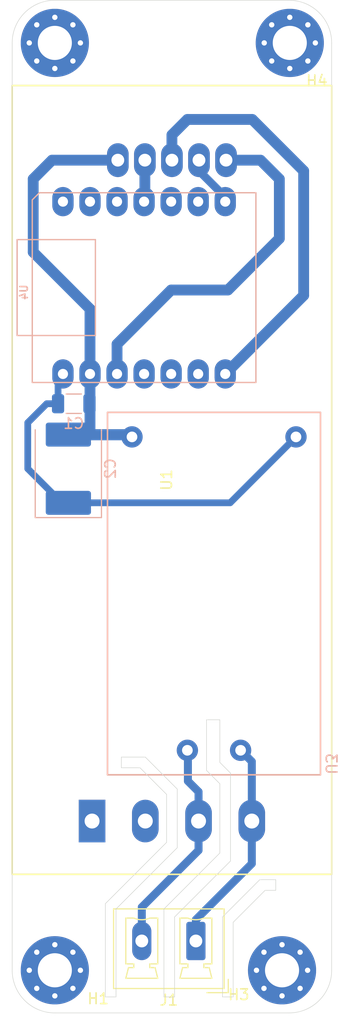
<source format=kicad_pcb>
(kicad_pcb (version 20240108) (generator "pcbnew") (generator_version "8.0")
  (layers (0 "F.Cu" signal) (31 "B.Cu" signal) (34 "B.Paste" user) (35 "F.Paste" user) (36 "B.SilkS" user "B.Silkscreen") (37 "F.SilkS" user "F.Silkscreen") (38 "B.Mask" user) (39 "F.Mask" user) (44 "Edge.Cuts" user))
  (net 0 "")
  (net 1 "GND")
  (net 2 "+5V")
  (net 3 "+3V3")
  (net 6 "Net-(U1-RX)")
  (net 7 "Net-(U1-TX)")
  (net 8 "Net-(U1-CF)")
  (net 9 "unconnected-(U4-PA4_A1_D1-Pad2)")
  (net 17 "Net-(J1-Pin_2)")
  (net 18 "Net-(J1-Pin_1)")
  (footprint "MountingHole:MountingHole_3.2mm_M3_Pad_Via" (layer "F.Cu") (at 54.067573 -91)
    (property "Reference" "H4" (at 2.54 3.556 0) (layer "F.SilkS"))
    (property "Value" "MountingHole" (hide yes))
    (pad "1" thru_hole circle (at -2.4 0) (size 0.8 0.8) (drill 0.5) (layers "*.Cu" "*.Mask"))
    (pad "1" thru_hole circle (at -1.697056 -1.697056) (size 0.8 0.8) (drill 0.5) (layers "*.Cu" "*.Mask"))
    (pad "1" thru_hole circle (at -1.697056 1.697056) (size 0.8 0.8) (drill 0.5) (layers "*.Cu" "*.Mask"))
    (pad "1" thru_hole circle (at 0 -2.4) (size 0.8 0.8) (drill 0.5) (layers "*.Cu" "*.Mask"))
    (pad "1" thru_hole circle (at 0 0) (size 6.4 6.4) (drill 3.2) (layers "*.Cu" "*.Mask"))
    (pad "1" thru_hole circle (at 0 2.4) (size 0.8 0.8) (drill 0.5) (layers "*.Cu" "*.Mask"))
    (pad "1" thru_hole circle (at 1.697056 -1.697056) (size 0.8 0.8) (drill 0.5) (layers "*.Cu" "*.Mask"))
    (pad "1" thru_hole circle (at 1.697056 1.697056) (size 0.8 0.8) (drill 0.5) (layers "*.Cu" "*.Mask"))
    (pad "1" thru_hole circle (at 2.4 0) (size 0.8 0.8) (drill 0.5) (layers "*.Cu" "*.Mask"))
  )
  (footprint "MountingHole:MountingHole_3.2mm_M3_Pad_Via" (layer "F.Cu") (at 53.34 -4)
    (property "Reference" "H3" (at -4.064 2.286 0) (layer "F.SilkS"))
    (property "Value" "MountingHole")
    (pad "1" thru_hole circle (at -2.4 0) (size 0.8 0.8) (drill 0.5) (layers "*.Cu" "*.Mask"))
    (pad "1" thru_hole circle (at -1.697056 -1.697056) (size 0.8 0.8) (drill 0.5) (layers "*.Cu" "*.Mask"))
    (pad "1" thru_hole circle (at -1.697056 1.697056) (size 0.8 0.8) (drill 0.5) (layers "*.Cu" "*.Mask"))
    (pad "1" thru_hole circle (at 0 -2.4) (size 0.8 0.8) (drill 0.5) (layers "*.Cu" "*.Mask"))
    (pad "1" thru_hole circle (at 0 0) (size 6.4 6.4) (drill 3.2) (layers "*.Cu" "*.Mask"))
    (pad "1" thru_hole circle (at 0 2.4) (size 0.8 0.8) (drill 0.5) (layers "*.Cu" "*.Mask"))
    (pad "1" thru_hole circle (at 1.697056 -1.697056) (size 0.8 0.8) (drill 0.5) (layers "*.Cu" "*.Mask"))
    (pad "1" thru_hole circle (at 1.697056 1.697056) (size 0.8 0.8) (drill 0.5) (layers "*.Cu" "*.Mask"))
    (pad "1" thru_hole circle (at 2.4 0) (size 0.8 0.8) (drill 0.5) (layers "*.Cu" "*.Mask"))
  )
  (footprint "MountingHole:MountingHole_3.2mm_M3_Pad_Via" (layer "F.Cu") (at 32.004 -91)
    (property "Reference" "H2" (hide yes))
    (property "Value" "MountingHole" (hide yes))
    (pad "1" thru_hole circle (at -2.4 0) (size 0.8 0.8) (drill 0.5) (layers "*.Cu" "*.Mask"))
    (pad "1" thru_hole circle (at -1.697056 -1.697056) (size 0.8 0.8) (drill 0.5) (layers "*.Cu" "*.Mask"))
    (pad "1" thru_hole circle (at -1.697056 1.697056) (size 0.8 0.8) (drill 0.5) (layers "*.Cu" "*.Mask"))
    (pad "1" thru_hole circle (at 0 -2.4) (size 0.8 0.8) (drill 0.5) (layers "*.Cu" "*.Mask"))
    (pad "1" thru_hole circle (at 0 0) (size 6.4 6.4) (drill 3.2) (layers "*.Cu" "*.Mask"))
    (pad "1" thru_hole circle (at 0 2.4) (size 0.8 0.8) (drill 0.5) (layers "*.Cu" "*.Mask"))
    (pad "1" thru_hole circle (at 1.697056 -1.697056) (size 0.8 0.8) (drill 0.5) (layers "*.Cu" "*.Mask"))
    (pad "1" thru_hole circle (at 1.697056 1.697056) (size 0.8 0.8) (drill 0.5) (layers "*.Cu" "*.Mask"))
    (pad "1" thru_hole circle (at 2.4 0) (size 0.8 0.8) (drill 0.5) (layers "*.Cu" "*.Mask"))
  )
  (footprint "MountingHole:MountingHole_3.2mm_M3_Pad_Via" (layer "F.Cu") (at 32.004 -4)
    (property "Reference" "H1" (at 4.064 2.667 0) (layer "F.SilkS"))
    (property "Value" "MountingHole")
    (pad "1" thru_hole circle (at -2.4 0) (size 0.8 0.8) (drill 0.5) (layers "*.Cu" "*.Mask"))
    (pad "1" thru_hole circle (at -1.697056 -1.697056) (size 0.8 0.8) (drill 0.5) (layers "*.Cu" "*.Mask"))
    (pad "1" thru_hole circle (at -1.697056 1.697056) (size 0.8 0.8) (drill 0.5) (layers "*.Cu" "*.Mask"))
    (pad "1" thru_hole circle (at 0 -2.4) (size 0.8 0.8) (drill 0.5) (layers "*.Cu" "*.Mask"))
    (pad "1" thru_hole circle (at 0 0) (size 6.4 6.4) (drill 3.2) (layers "*.Cu" "*.Mask"))
    (pad "1" thru_hole circle (at 0 2.4) (size 0.8 0.8) (drill 0.5) (layers "*.Cu" "*.Mask"))
    (pad "1" thru_hole circle (at 1.697056 -1.697056) (size 0.8 0.8) (drill 0.5) (layers "*.Cu" "*.Mask"))
    (pad "1" thru_hole circle (at 1.697056 1.697056) (size 0.8 0.8) (drill 0.5) (layers "*.Cu" "*.Mask"))
    (pad "1" thru_hole circle (at 2.4 0) (size 0.8 0.8) (drill 0.5) (layers "*.Cu" "*.Mask"))
  )
  (footprint "custom:PZEM-004T-100A-D-P" (layer "F.Cu") (at 43 -50 90)
    (property "Reference" "U1" (at 0 -0.5 90) (layer "F.SilkS"))
    (property "Value" "~")
    (fp_line (start 37 -15) (end -37 -15) (stroke (width 0.15)) (layer "F.SilkS"))
    (fp_line (start -37 -15) (end -37 15) (stroke (width 0.15)) (layer "F.SilkS"))
    (fp_line (start 37 15) (end 37 -15) (stroke (width 0.15)) (layer "F.SilkS"))
    (fp_line (start -37 15) (end 37 15) (stroke (width 0.15)) (layer "F.SilkS"))
    (pad "" np_thru_hole circle (at -34.5 -12.5 90) (size 3.25 3.25) (drill 3.25) (layers "F&B.Cu" "*.Mask"))
    (pad "" np_thru_hole circle (at -34.5 12.5 180) (size 3.25 3.25) (drill 3.25) (layers "F&B.Cu" "*.Mask"))
    (pad "" np_thru_hole circle (at 34.5 -12.5 90) (size 3.25 3.25) (drill 3.25) (layers "F&B.Cu" "*.Mask"))
    (pad "" np_thru_hole circle (at 34.5 12.5 90) (size 3.25 3.25) (drill 3.25) (layers "F&B.Cu" "*.Mask"))
    (pad "1" thru_hole rect (at -32 -7.5 90) (size 4 2.5) (drill 1.4) (layers "*.Cu" "*.Mask"))
    (pad "2" thru_hole oval (at -32 -2.5 90) (size 4 2.5) (drill 1.4) (layers "*.Cu" "*.Mask"))
    (pad "3" thru_hole oval (at -32 2.5 90) (size 4 2.5) (drill 1.4) (layers "*.Cu" "*.Mask") (net 17 "Net-(J1-Pin_2)"))
    (pad "4" thru_hole oval (at -32 7.5 90) (size 4 2.5) (drill 1.4) (layers "*.Cu" "*.Mask") (net 18 "Net-(J1-Pin_1)"))
    (pad "5" thru_hole oval (at 30 5.08 90) (size 3.175 2.032) (drill 1.2) (layers "*.Cu" "*.Mask") (net 3 "+3V3"))
    (pad "6" thru_hole oval (at 30 2.54 90) (size 3.175 2.032) (drill 1.2) (layers "*.Cu" "*.Mask") (net 6 "Net-(U1-RX)"))
    (pad "7" thru_hole oval (at 30 0 90) (size 3.175 2.032) (drill 1.2) (layers "*.Cu" "*.Mask") (net 7 "Net-(U1-TX)"))
    (pad "8" thru_hole oval (at 30 -2.54 90) (size 3.175 2.032) (drill 1.2) (layers "*.Cu" "*.Mask") (net 8 "Net-(U1-CF)"))
    (pad "9" thru_hole oval (at 30 -5.08 90) (size 3.175 2.032) (drill 1.2) (layers "*.Cu" "*.Mask") (net 1 "GND"))
  )
  (footprint "Connector_Phoenix_MC_HighVoltage:PhoenixContact_MCV_1,5_2-G-5.08_1x02_P5.08mm_Vertical" (layer "F.Cu") (at 45.25 -6.75 180)
    (property "Reference" "J1" (at 2.54 -5.55 360) (layer "F.SilkS"))
    (property "Value" "Conn_01x02")
    (fp_line (start 7.73 3.01) (end 7.73 -4.46) (stroke (width 0.12)) (layer "F.SilkS"))
    (fp_line (start 7.73 -4.46) (end -2.65 -4.46) (stroke (width 0.12)) (layer "F.SilkS"))
    (fp_line (start 6.58 2.15) (end 5.83 2.15) (stroke (width 0.12)) (layer "F.SilkS"))
    (fp_line (start 6.58 -2.15) (end 6.58 2.15) (stroke (width 0.12)) (layer "F.SilkS"))
    (fp_line (start 6.58 -3.5) (end 6.33 -2.5) (stroke (width 0.12)) (layer "F.SilkS"))
    (fp_line (start 6.33 -2.5) (end 5.83 -2.5) (stroke (width 0.12)) (layer "F.SilkS"))
    (fp_line (start 5.83 -2.15) (end 6.58 -2.15) (stroke (width 0.12)) (layer "F.SilkS"))
    (fp_line (start 5.83 -2.5) (end 5.83 -2.15) (stroke (width 0.12)) (layer "F.SilkS"))
    (fp_line (start 4.33 2.15) (end 3.58 2.15) (stroke (width 0.12)) (layer "F.SilkS"))
    (fp_line (start 4.33 -2.15) (end 4.33 -2.5) (stroke (width 0.12)) (layer "F.SilkS"))
    (fp_line (start 4.33 -2.5) (end 3.83 -2.5) (stroke (width 0.12)) (layer "F.SilkS"))
    (fp_line (start 3.83 -2.5) (end 3.58 -3.5) (stroke (width 0.12)) (layer "F.SilkS"))
    (fp_line (start 3.58 2.15) (end 3.58 -2.15) (stroke (width 0.12)) (layer "F.SilkS"))
    (fp_line (start 3.58 -2.15) (end 4.33 -2.15) (stroke (width 0.12)) (layer "F.SilkS"))
    (fp_line (start 3.58 -3.5) (end 6.58 -3.5) (stroke (width 0.12)) (layer "F.SilkS"))
    (fp_line (start 1.5 2.15) (end 0.75 2.15) (stroke (width 0.12)) (layer "F.SilkS"))
    (fp_line (start 1.5 -2.15) (end 1.5 2.15) (stroke (width 0.12)) (layer "F.SilkS"))
    (fp_line (start 1.5 -3.5) (end 1.25 -2.5) (stroke (width 0.12)) (layer "F.SilkS"))
    (fp_line (start 1.25 -2.5) (end 0.75 -2.5) (stroke (width 0.12)) (layer "F.SilkS"))
    (fp_line (start 0.75 -2.15) (end 1.5 -2.15) (stroke (width 0.12)) (layer "F.SilkS"))
    (fp_line (start 0.75 -2.5) (end 0.75 -2.15) (stroke (width 0.12)) (layer "F.SilkS"))
    (fp_line (start -0.75 2.15) (end -1.5 2.15) (stroke (width 0.12)) (layer "F.SilkS"))
    (fp_line (start -0.75 -2.15) (end -0.75 -2.5) (stroke (width 0.12)) (layer "F.SilkS"))
    (fp_line (start -0.75 -2.5) (end -1.25 -2.5) (stroke (width 0.12)) (layer "F.SilkS"))
    (fp_line (start -1.25 -2.5) (end -1.5 -3.5) (stroke (width 0.12)) (layer "F.SilkS"))
    (fp_line (start -1.5 2.15) (end -1.5 -2.15) (stroke (width 0.12)) (layer "F.SilkS"))
    (fp_line (start -1.5 -2.15) (end -0.75 -2.15) (stroke (width 0.12)) (layer "F.SilkS"))
    (fp_line (start -1.5 -3.5) (end 1.5 -3.5) (stroke (width 0.12)) (layer "F.SilkS"))
    (fp_line (start -2.65 3.01) (end 7.73 3.01) (stroke (width 0.12)) (layer "F.SilkS"))
    (fp_line (start -2.65 -4.46) (end -2.65 3.01) (stroke (width 0.12)) (layer "F.SilkS"))
    (fp_line (start -3.04 -3.6) (end -3.04 -4.85) (stroke (width 0.12)) (layer "F.SilkS"))
    (fp_line (start -3.04 -4.85) (end -1.04 -4.85) (stroke (width 0.12)) (layer "F.SilkS"))
    (fp_arc (start 4.33 2.15) (mid 5.079807 1.99191) (end 5.829647 2.149844) (stroke (width 0.12)) (layer "F.SilkS"))
    (fp_arc (start -0.75 2.15) (mid -0.000193 1.99191) (end 0.749647 2.149844) (stroke (width 0.12)) (layer "F.SilkS"))
    (pad "1" thru_hole roundrect (at 0 0 180) (size 1.8 3.6) (drill 1.2) (layers "*.Cu" "*.Mask") (roundrect_rratio 0.138889) (net 18 "Net-(J1-Pin_1)"))
    (pad "2" thru_hole oval (at 5.08 0 180) (size 1.8 3.6) (drill 1.2) (layers "*.Cu" "*.Mask") (net 17 "Net-(J1-Pin_2)"))
  )
  (footprint "xiao ESP32C3_PCB:MOUDLE14P-SMD-2.54-21X17.8MM" (layer "B.Cu") (at 50.886 -76.944 -90)
    (property "Reference" "U4" (at 9.3345 21.7805 90) (layer "B.SilkS") (effects (font (size 0.7 0.7)) (justify mirror)))
    (property "Value" "SEEEDUINO-XIAO-ESP32C3")
    (fp_line (start 4.396 22.425) (end 4.396 15.072) (stroke (width 0.127)) (layer "B.SilkS"))
    (fp_line (start 13.395 22.424) (end 4.4 22.424) (stroke (width 0.127)) (layer "B.SilkS"))
    (fp_line (start 0.671541 21) (end 17.8 21) (stroke (width 0.127)) (layer "B.SilkS"))
    (fp_line (start 17.8 21) (end 17.8 0) (stroke (width 0.127)) (layer "B.SilkS"))
    (fp_line (start 0 20.3285) (end 0.671541 21) (stroke (width 0.127)) (layer "B.SilkS"))
    (fp_line (start 4.396 15.072) (end 13.395 15.072) (stroke (width 0.127)) (layer "B.SilkS"))
    (fp_line (start 13.395 15.072) (end 13.395 22.424) (stroke (width 0.127)) (layer "B.SilkS"))
    (fp_line (start 0 0) (end 0 20.3285) (stroke (width 0.127)) (layer "B.SilkS"))
    (fp_line (start 17.8 0) (end 0 0) (stroke (width 0.127)) (layer "B.SilkS"))
    (pad "1" thru_hole roundrect (at 0.835 18.12 270) (size 2.75 2) (drill 0.95) (layers "*.Cu" "*.Mask") (roundrect_rratio 0.5))
    (pad "2" thru_hole roundrect (at 0.835 15.58 270) (size 2.75 2) (drill 0.95) (layers "*.Cu" "*.Mask") (roundrect_rratio 0.5) (net 9 "unconnected-(U4-PA4_A1_D1-Pad2)"))
    (pad "3" thru_hole roundrect (at 0.835 13.04 270) (size 2.75 2) (drill 0.95) (layers "*.Cu" "*.Mask") (roundrect_rratio 0.5))
    (pad "4" thru_hole roundrect (at 0.835 10.5 270) (size 2.75 2) (drill 0.95) (layers "*.Cu" "*.Mask") (roundrect_rratio 0.5) (net 8 "Net-(U1-CF)"))
    (pad "5" thru_hole roundrect (at 0.835 7.96 270) (size 2.75 2) (drill 0.95) (layers "*.Cu" "*.Mask") (roundrect_rratio 0.5))
    (pad "6" thru_hole roundrect (at 0.835 5.42 270) (size 2.75 2) (drill 0.95) (layers "*.Cu" "*.Mask") (roundrect_rratio 0.5))
    (pad "7" thru_hole roundrect (at 0.835 2.88 270) (size 2.75 2) (drill 0.95) (layers "*.Cu" "*.Mask") (roundrect_rratio 0.5) (net 6 "Net-(U1-RX)"))
    (pad "8" thru_hole roundrect (at 17 2.88 270) (size 2.75 2) (drill 0.95) (layers "*.Cu" "*.Mask") (roundrect_rratio 0.5) (net 7 "Net-(U1-TX)"))
    (pad "9" thru_hole roundrect (at 17 5.42 270) (size 2.75 2) (drill 0.95) (layers "*.Cu" "*.Mask") (roundrect_rratio 0.5))
    (pad "10" thru_hole roundrect (at 17 7.96 270) (size 2.75 2) (drill 0.95) (layers "*.Cu" "*.Mask") (roundrect_rratio 0.5))
    (pad "11" thru_hole roundrect (at 17 10.5 270) (size 2.75 2) (drill 0.95) (layers "*.Cu" "*.Mask") (roundrect_rratio 0.5))
    (pad "12" thru_hole roundrect (at 17 13.04 270) (size 2.75 2) (drill 0.95) (layers "*.Cu" "*.Mask") (roundrect_rratio 0.5) (net 3 "+3V3"))
    (pad "13" thru_hole roundrect (at 17 15.58 270) (size 2.75 2) (drill 0.95) (layers "*.Cu" "*.Mask") (roundrect_rratio 0.5) (net 1 "GND"))
    (pad "14" thru_hole roundrect (at 17 18.12 270) (size 2.75 2) (drill 0.95) (layers "*.Cu" "*.Mask") (roundrect_rratio 0.5) (net 2 "+5V"))
  )
  (footprint "Capacitor_Tantalum_SMD:CP_EIA-7360-38_Kemet-E_Pad2.25x4.25mm_HandSolder" (layer "B.Cu") (at 33.274 -51.054 90)
    (property "Reference" "C2" (at 0 3.95 90) (layer "B.SilkS") (effects (justify mirror)))
    (property "Value" "CP")
    (fp_line (start 3.65 -3.11) (end -4.585 -3.11) (stroke (width 0.12)) (layer "B.SilkS"))
    (fp_line (start -4.585 -3.11) (end -4.585 3.11) (stroke (width 0.12)) (layer "B.SilkS"))
    (fp_line (start -4.585 3.11) (end 3.65 3.11) (stroke (width 0.12)) (layer "B.SilkS"))
    (pad "1" smd roundrect (at -3.2 0 90) (size 2.25 4.25) (layers "B.Cu" "B.Paste" "B.Mask") (roundrect_rratio 0.111111) (net 2 "+5V"))
    (pad "2" smd roundrect (at 3.2 0 90) (size 2.25 4.25) (layers "B.Cu" "B.Paste" "B.Mask") (roundrect_rratio 0.111111) (net 1 "GND"))
  )
  (footprint "Capacitor_SMD:C_1206_3216Metric" (layer "B.Cu") (at 33.782 -57.15)
    (property "Reference" "C1" (at 0 1.85 360) (layer "B.SilkS") (effects (justify mirror)))
    (property "Value" "C")
    (fp_line (start 0.711252 -0.91) (end -0.711252 -0.91) (stroke (width 0.12)) (layer "B.SilkS"))
    (fp_line (start 0.711252 0.91) (end -0.711252 0.91) (stroke (width 0.12)) (layer "B.SilkS"))
    (pad "1" smd roundrect (at -1.475 0) (size 1.15 1.8) (layers "B.Cu" "B.Paste" "B.Mask") (roundrect_rratio 0.217391) (net 2 "+5V"))
    (pad "2" smd roundrect (at 1.475 0) (size 1.15 1.8) (layers "B.Cu" "B.Paste" "B.Mask") (roundrect_rratio 0.217391) (net 1 "GND"))
  )
  (footprint "custom:HLK-PM01" (layer "B.Cu") (at 46.95 -24.638 90)
    (property "Reference" "U3" (at -1.27 11 -90) (layer "B.SilkS") (effects (justify mirror)))
    (property "Value" "~")
    (fp_line (start 31.7 -10) (end -2.3 -10) (stroke (width 0.15)) (layer "B.SilkS"))
    (fp_line (start -2.3 -10) (end -2.3 10) (stroke (width 0.15)) (layer "B.SilkS"))
    (fp_line (start 31.7 10) (end 31.7 -10) (stroke (width 0.15)) (layer "B.SilkS"))
    (fp_line (start -2.3 10) (end 31.7 10) (stroke (width 0.15)) (layer "B.SilkS"))
    (pad "1" thru_hole circle (at 0 2.5 90) (size 2 2) (drill 1) (layers "*.Cu" "*.Mask") (net 18 "Net-(J1-Pin_1)"))
    (pad "2" thru_hole circle (at 0 -2.5 90) (size 2 2) (drill 1) (layers "*.Cu" "*.Mask") (net 17 "Net-(J1-Pin_2)"))
    (pad "3" thru_hole circle (at 29.4 -7.7 90) (size 2 2) (drill 1) (layers "*.Cu" "*.Mask") (net 1 "GND"))
    (pad "4" thru_hole circle (at 29.4 7.7 90) (size 2 2) (drill 1) (layers "*.Cu" "*.Mask") (net 2 "+5V"))
  )
  (gr_line (start 48.75 -1.5) (end 47.75 -1.5) (stroke (width 0.05)) (layer "Edge.Cuts"))
  (gr_line (start 42.25 -1.5) (end 43.25 -1.5) (stroke (width 0.05)) (layer "Edge.Cuts"))
  (gr_line (start 46.25 -22.75) (end 47.5 -21.5) (stroke (width 0.05)) (layer "Edge.Cuts"))
  (gr_line (start 32 0) (end 54 0) (stroke (width 0.05)) (layer "Edge.Cuts"))
  (gr_line (start 43.5 -21) (end 40.5 -24) (stroke (width 0.05)) (layer "Edge.Cuts"))
  (gr_line (start 37.75 -1.5) (end 37.75 -9.75) (stroke (width 0.05)) (layer "Edge.Cuts"))
  (gr_line (start 47.5 -21.5) (end 47.5 -15) (stroke (width 0.05)) (layer "Edge.Cuts"))
  (gr_line (start 51.75 -11.5) (end 48.75 -8.5) (stroke (width 0.05)) (layer "Edge.Cuts"))
  (gr_line (start 40 -23) (end 42.5 -20.5) (stroke (width 0.05)) (layer "Edge.Cuts"))
  (gr_arc (start 32 0) (mid 29.171573 -1.171573) (end 28 -4) (stroke (width 0.05)) (layer "Edge.Cuts"))
  (gr_line (start 37.75 -9.75) (end 41 -13) (stroke (width 0.05)) (layer "Edge.Cuts"))
  (gr_line (start 42.5 -16) (end 36.75 -10.25) (stroke (width 0.05)) (layer "Edge.Cuts"))
  (gr_line (start 28 -91) (end 28 -4) (stroke (width 0.05)) (layer "Edge.Cuts"))
  (gr_line (start 48.5 -22.5) (end 47.5 -23.5) (stroke (width 0.05)) (layer "Edge.Cuts"))
  (gr_line (start 48.5 -14.25) (end 48.5 -22.5) (stroke (width 0.05)) (layer "Edge.Cuts"))
  (gr_arc (start 54 -95) (mid 56.828427 -93.828427) (end 58 -91) (stroke (width 0.05)) (layer "Edge.Cuts"))
  (gr_line (start 43.25 -1.5) (end 43.25 -9) (stroke (width 0.05)) (layer "Edge.Cuts"))
  (gr_line (start 43.5 -15.5) (end 43.5 -21) (stroke (width 0.05)) (layer "Edge.Cuts"))
  (gr_line (start 36.75 -10.25) (end 36.75 -1.5) (stroke (width 0.05)) (layer "Edge.Cuts"))
  (gr_line (start 36.75 -1.5) (end 37.75 -1.5) (stroke (width 0.05)) (layer "Edge.Cuts"))
  (gr_line (start 47.5 -23.5) (end 47.5 -27.5) (stroke (width 0.05)) (layer "Edge.Cuts"))
  (gr_arc (start 28 -91) (mid 29.171573 -93.828427) (end 32 -95) (stroke (width 0.05)) (layer "Edge.Cuts"))
  (gr_line (start 48.75 -8.5) (end 48.75 -1.5) (stroke (width 0.05)) (layer "Edge.Cuts"))
  (gr_line (start 41 -13) (end 43.5 -15.5) (stroke (width 0.05)) (layer "Edge.Cuts"))
  (gr_line (start 54 -95) (end 32 -95) (stroke (width 0.05)) (layer "Edge.Cuts"))
  (gr_line (start 42.5 -20.5) (end 42.5 -16) (stroke (width 0.05)) (layer "Edge.Cuts"))
  (gr_arc (start 58 -4) (mid 56.828427 -1.171573) (end 54 0) (stroke (width 0.05)) (layer "Edge.Cuts"))
  (gr_line (start 47.5 -15) (end 42.25 -9.75) (stroke (width 0.05)) (layer "Edge.Cuts"))
  (gr_line (start 47.75 -9) (end 51.25 -12.5) (stroke (width 0.05)) (layer "Edge.Cuts"))
  (gr_line (start 58 -4) (end 58 -91) (stroke (width 0.05)) (layer "Edge.Cuts"))
  (gr_line (start 52.75 -12.5) (end 52.75 -11.5) (stroke (width 0.05)) (layer "Edge.Cuts"))
  (gr_line (start 47.75 -1.5) (end 47.75 -9) (stroke (width 0.05)) (layer "Edge.Cuts"))
  (gr_line (start 47.5 -27.5) (end 46.25 -27.5) (stroke (width 0.05)) (layer "Edge.Cuts"))
  (gr_line (start 51.25 -12.5) (end 52.75 -12.5) (stroke (width 0.05)) (layer "Edge.Cuts"))
  (gr_line (start 38.25 -24) (end 38.25 -23) (stroke (width 0.05)) (layer "Edge.Cuts"))
  (gr_line (start 43.25 -9) (end 48.5 -14.25) (stroke (width 0.05)) (layer "Edge.Cuts"))
  (gr_line (start 52.75 -11.5) (end 51.75 -11.5) (stroke (width 0.05)) (layer "Edge.Cuts"))
  (gr_line (start 46.25 -27.5) (end 46.25 -22.75) (stroke (width 0.05)) (layer "Edge.Cuts"))
  (gr_line (start 42.25 -9.75) (end 42.25 -1.5) (stroke (width 0.05)) (layer "Edge.Cuts"))
  (gr_line (start 40 -23) (end 38.25 -23) (stroke (width 0.05)) (layer "Edge.Cuts"))
  (gr_line (start 38.25 -24) (end 40.5 -24) (stroke (width 0.05)) (layer "Edge.Cuts"))
  (segment (start 29.972 -78.232) (end 29.972 -71.374) (width 1.016) (layer "B.Cu") (net 1))
  (segment (start 35.306 -59.944) (end 35.306 -57.302) (width 0.508) (layer "B.Cu") (net 1))
  (segment (start 35.306 -59.944) (end 35.306 -54.254) (width 1.016) (layer "B.Cu") (net 1))
  (segment (start 33.274 -54.254) (end 39.034 -54.254) (width 1.016) (layer "B.Cu") (net 1))
  (segment (start 35.306 -66.04) (end 35.306 -59.944) (width 1.016) (layer "B.Cu") (net 1))
  (segment (start 31.74 -80) (end 29.972 -78.232) (width 1.016) (layer "B.Cu") (net 1))
  (segment (start 39.25 -54.038) (end 34.506 -54.038) (width 0.635) (layer "B.Cu") (net 1))
  (segment (start 35.306 -54.254) (end 33.274 -54.254) (width 1.016) (layer "B.Cu") (net 1))
  (segment (start 37.92 -80) (end 31.74 -80) (width 1.016) (layer "B.Cu") (net 1))
  (segment (start 29.972 -71.374) (end 35.306 -66.04) (width 1.016) (layer "B.Cu") (net 1))
  (segment (start 39.034 -54.254) (end 39.25 -54.038) (width 1.016) (layer "B.Cu") (net 1))
  (segment (start 29.464 -54.356) (end 29.464 -55.372) (width 0.635) (layer "B.Cu") (net 2))
  (segment (start 29.464 -51.054) (end 29.464 -54.356) (width 0.635) (layer "B.Cu") (net 2))
  (segment (start 29.464 -55.372) (end 31.242 -57.15) (width 0.635) (layer "B.Cu") (net 2))
  (segment (start 33.274 -47.854) (end 32.664 -47.854) (width 0.635) (layer "B.Cu") (net 2))
  (segment (start 49.482 -48.87) (end 54.65 -54.038) (width 0.635) (layer "B.Cu") (net 2))
  (segment (start 32.664 -47.854) (end 29.464 -51.054) (width 0.635) (layer "B.Cu") (net 2))
  (segment (start 32.307 -59.485) (end 32.766 -59.944) (width 0.635) (layer "B.Cu") (net 2))
  (segment (start 48.466 -47.854) (end 33.274 -47.854) (width 0.635) (layer "B.Cu") (net 2))
  (segment (start 32.307 -57.15) (end 32.307 -59.485) (width 0.635) (layer "B.Cu") (net 2))
  (segment (start 31.242 -57.15) (end 32.307 -57.15) (width 0.635) (layer "B.Cu") (net 2))
  (segment (start 54.65 -54.038) (end 48.466 -47.854) (width 0.635) (layer "B.Cu") (net 2))
  (segment (start 42.926 -67.818) (end 48.26 -67.818) (width 1.016) (layer "B.Cu") (net 3))
  (segment (start 51.318 -80) (end 48.08 -80) (width 1.016) (layer "B.Cu") (net 3))
  (segment (start 37.846 -59.944) (end 37.846 -62.738) (width 1.016) (layer "B.Cu") (net 3))
  (segment (start 48.26 -67.818) (end 53.086 -72.644) (width 1.016) (layer "B.Cu") (net 3))
  (segment (start 53.086 -72.644) (end 53.086 -78.232) (width 1.016) (layer "B.Cu") (net 3))
  (segment (start 37.846 -62.738) (end 42.926 -67.818) (width 1.016) (layer "B.Cu") (net 3))
  (segment (start 53.086 -78.232) (end 51.318 -80) (width 1.016) (layer "B.Cu") (net 3))
  (segment (start 45.54 -79.0015) (end 45.54 -80) (width 0.508) (layer "B.Cu") (net 6))
  (segment (start 48.006 -76.109) (end 48.006 -76.5355) (width 0.508) (layer "B.Cu") (net 6))
  (segment (start 48.006 -76.5355) (end 45.54 -79.0015) (width 0.762) (layer "B.Cu") (net 6))
  (segment (start 43 -82.37) (end 43 -80) (width 1.016) (layer "B.Cu") (net 7))
  (segment (start 43 -80) (end 43 -78.92) (width 0.381) (layer "B.Cu") (net 7))
  (segment (start 55.372 -78.994) (end 50.546 -83.82) (width 1.016) (layer "B.Cu") (net 7))
  (segment (start 48.006 -59.944) (end 55.372 -67.31) (width 1.016) (layer "B.Cu") (net 7))
  (segment (start 55.372 -67.31) (end 55.372 -78.994) (width 1.016) (layer "B.Cu") (net 7))
  (segment (start 50.546 -83.82) (end 44.45 -83.82) (width 1.016) (layer "B.Cu") (net 7))
  (segment (start 44.45 -83.82) (end 43 -82.37) (width 1.016) (layer "B.Cu") (net 7))
  (segment (start 40.46 -80) (end 40.46 -76.183) (width 1.016) (layer "B.Cu") (net 8))
  (segment (start 40.46 -76.183) (end 40.386 -76.109) (width 1.016) (layer "B.Cu") (net 8))
  (segment (start 35.92525 -75.6465) (end 35.56 -76.01175) (width 0.635) (layer "B.Cu") (net 9))
  (segment (start 45.5 -18) (end 45.5 -20.75) (width 0.75) (layer "B.Cu") (net 17))
  (segment (start 44.5 -24.588) (end 44.45 -24.638) (width 0.75) (layer "B.Cu") (net 17))
  (segment (start 44.5 -21.75) (end 44.5 -24.588) (width 0.75) (layer "B.Cu") (net 17))
  (segment (start 45.5 -15.25) (end 45.5 -18) (width 0.75) (layer "B.Cu") (net 17))
  (segment (start 40.17 -9.92) (end 45.5 -15.25) (width 0.75) (layer "B.Cu") (net 17))
  (segment (start 45.5 -20.75) (end 44.5 -21.75) (width 0.75) (layer "B.Cu") (net 17))
  (segment (start 40.17 -6.75) (end 40.17 -9.92) (width 0.75) (layer "B.Cu") (net 17))
  (segment (start 45.25 -8.75) (end 45.25 -6.75) (width 0.75) (layer "B.Cu") (net 18))
  (segment (start 50.5 -18) (end 50.5 -14) (width 0.75) (layer "B.Cu") (net 18))
  (segment (start 50.5 -23.588) (end 50.5 -18) (width 0.75) (layer "B.Cu") (net 18))
  (segment (start 50.5 -14) (end 45.25 -8.75) (width 0.75) (layer "B.Cu") (net 18))
  (segment (start 49.45 -24.638) (end 50.5 -23.588) (width 0.75) (layer "B.Cu") (net 18))
)
</source>
